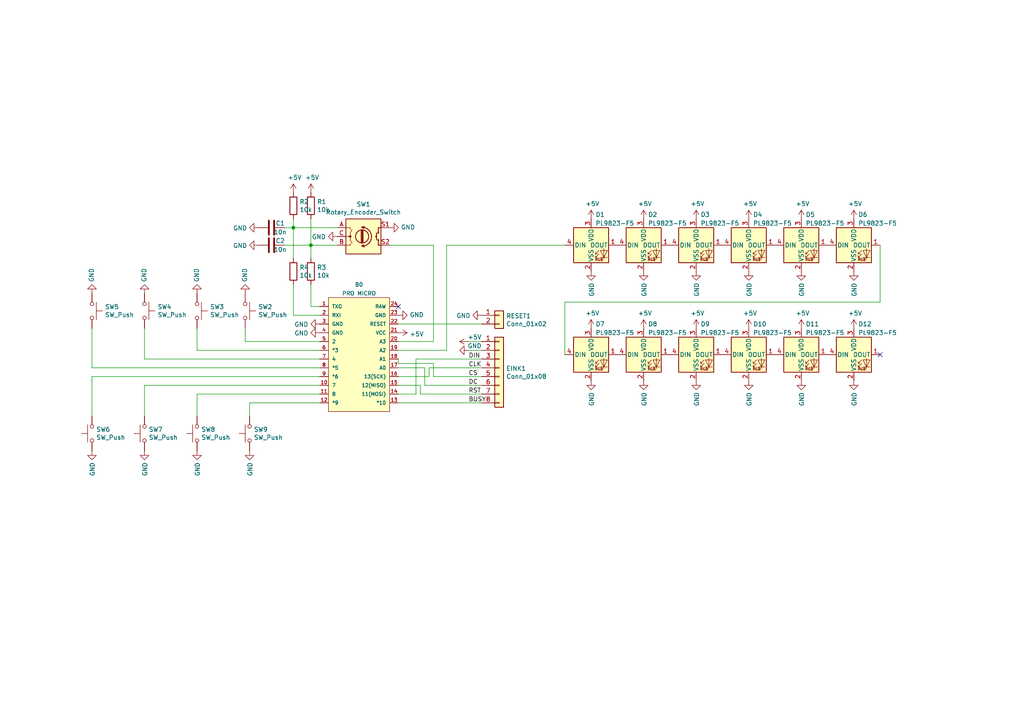
<source format=kicad_sch>
(kicad_sch (version 20211123) (generator eeschema)
  (paper "A4")
  (title_block (title "inkkeys") (date "2020-12-22") (company "Sebastian Staacks") (comment 1 "https://there.oughta.be/a/macro-keyboard"))
  (lib_symbols
    (symbol "Connector_Generic:Conn_01x02" (pin_names (offset 1.016) hide)
      (property "Reference" "J" (at 0 2.54 0))
      (property "Value" "Conn_01x02" (at 0 -5.08 0))
      (symbol "Conn_01x02_1_1"
        (rectangle (start -1.27 -2.413) (end 0 -2.667) (stroke (width 0.1524)))
        (rectangle (start -1.27 0.127) (end 0 -0.127) (stroke (width 0.1524)))
        (rectangle (start -1.27 1.27) (end 1.27 -3.81) (stroke (width 0.254)) (fill (type background)))
        (pin passive line (at -5.08 0 0) (length 3.81) (name "Pin_1") (number "1"))
        (pin passive line (at -5.08 -2.54 0) (length 3.81) (name "Pin_2") (number "2"))
      )
    )
    (symbol "Connector_Generic:Conn_01x08" (pin_names (offset 1.016) hide)
      (property "Reference" "J" (at 0 10.16 0))
      (property "Value" "Conn_01x08" (at 0 -12.7 0))
      (symbol "Conn_01x08_1_1"
        (rectangle (start -1.27 -10.033) (end 0 -10.287) (stroke (width 0.1524)))
        (rectangle (start -1.27 -7.493) (end 0 -7.747) (stroke (width 0.1524)))
        (rectangle (start -1.27 -4.953) (end 0 -5.207) (stroke (width 0.1524)))
        (rectangle (start -1.27 -2.413) (end 0 -2.667) (stroke (width 0.1524)))
        (rectangle (start -1.27 0.127) (end 0 -0.127) (stroke (width 0.1524)))
        (rectangle (start -1.27 2.667) (end 0 2.413) (stroke (width 0.1524)))
        (rectangle (start -1.27 5.207) (end 0 4.953) (stroke (width 0.1524)))
        (rectangle (start -1.27 7.747) (end 0 7.493) (stroke (width 0.1524)))
        (rectangle (start -1.27 8.89) (end 1.27 -11.43) (stroke (width 0.254)) (fill (type background)))
        (pin passive line (at -5.08 7.62 0) (length 3.81) (name "Pin_1") (number "1"))
        (pin passive line (at -5.08 5.08 0) (length 3.81) (name "Pin_2") (number "2"))
        (pin passive line (at -5.08 2.54 0) (length 3.81) (name "Pin_3") (number "3"))
        (pin passive line (at -5.08 0 0) (length 3.81) (name "Pin_4") (number "4"))
        (pin passive line (at -5.08 -2.54 0) (length 3.81) (name "Pin_5") (number "5"))
        (pin passive line (at -5.08 -5.08 0) (length 3.81) (name "Pin_6") (number "6"))
        (pin passive line (at -5.08 -7.62 0) (length 3.81) (name "Pin_7") (number "7"))
        (pin passive line (at -5.08 -10.16 0) (length 3.81) (name "Pin_8") (number "8"))
      )
    )
    (symbol "Device:C" (pin_numbers hide) (pin_names (offset 0.254))
      (property "Reference" "C" (at 0.635 2.54 0))
      (property "Value" "C" (at 0.635 -2.54 0))
      (symbol "C_0_1"
        (polyline (pts (xy -2.032 -0.762) (xy 2.032 -0.762)) (stroke (width 0.508)))
        (polyline (pts (xy -2.032 0.762) (xy 2.032 0.762)) (stroke (width 0.508)))
      )
      (symbol "C_1_1"
        (pin passive line (at 0 3.81 270) (length 2.794) (name "~") (number "1"))
        (pin passive line (at 0 -3.81 90) (length 2.794) (name "~") (number "2"))
      )
    )
    (symbol "Device:R" (pin_numbers hide) (pin_names (offset 0))
      (property "Reference" "R" (at 2.032 0 90))
      (property "Value" "R" (at 0 0 90))
      (symbol "R_0_1"
        (rectangle (start -1.016 -2.54) (end 1.016 2.54) (stroke (width 0.254)))
      )
      (symbol "R_1_1"
        (pin passive line (at 0 3.81 270) (length 1.27) (name "~") (number "1"))
        (pin passive line (at 0 -3.81 90) (length 1.27) (name "~") (number "2"))
      )
    )
    (symbol "Device:Rotary_Encoder_Switch" (pin_names (offset 0.254) hide)
      (property "Reference" "SW" (at 0 6.604 0))
      (property "Value" "Device_Rotary_Encoder_Switch" (at 0 -6.604 0))
      (symbol "Rotary_Encoder_Switch_0_1"
        (rectangle (start -5.08 5.08) (end 5.08 -5.08) (stroke (width 0.254)) (fill (type background)))
        (circle (center -3.81 0) (radius 0.254) (fill (type outline)))
        (arc (start -0.381 -2.794) (mid 2.3622 -0.0508) (end -0.381 2.667) (stroke (width 0.254)))
        (circle (center -0.381 0) (radius 1.905) (stroke (width 0.254)))
        (polyline (pts (xy -0.635 -1.778) (xy -0.635 1.778)) (stroke (width 0.254)))
        (polyline (pts (xy -0.381 -1.778) (xy -0.381 1.778)) (stroke (width 0.254)))
        (polyline (pts (xy -0.127 1.778) (xy -0.127 -1.778)) (stroke (width 0.254)))
        (polyline (pts (xy 3.81 0) (xy 3.429 0)) (stroke (width 0.254)))
        (polyline (pts (xy 3.81 1.016) (xy 3.81 -1.016)) (stroke (width 0.254)))
        (polyline (pts (xy -5.08 -2.54) (xy -3.81 -2.54) (xy -3.81 -2.032)))
        (polyline (pts (xy -5.08 2.54) (xy -3.81 2.54) (xy -3.81 2.032)))
        (polyline (pts (xy 0.254 -3.048) (xy -0.508 -2.794) (xy 0.127 -2.413)) (stroke (width 0.254)))
        (polyline (pts (xy 0.254 2.921) (xy -0.508 2.667) (xy 0.127 2.286)) (stroke (width 0.254)))
        (polyline (pts (xy 5.08 -2.54) (xy 4.318 -2.54) (xy 4.318 -1.016)) (stroke (width 0.254)))
        (polyline (pts (xy 5.08 2.54) (xy 4.318 2.54) (xy 4.318 1.016)) (stroke (width 0.254)))
        (polyline (pts (xy -5.08 0) (xy -3.81 0) (xy -3.81 -1.016) (xy -3.302 -2.032)))
        (polyline (pts (xy -4.318 0) (xy -3.81 0) (xy -3.81 1.016) (xy -3.302 2.032)))
        (circle (center 4.318 -1.016) (radius 0.127) (stroke (width 0.254)))
        (circle (center 4.318 1.016) (radius 0.127) (stroke (width 0.254)))
      )
      (symbol "Rotary_Encoder_Switch_1_1"
        (pin passive line (at -7.62 2.54 0) (length 2.54) (name "A") (number "A"))
        (pin passive line (at -7.62 -2.54 0) (length 2.54) (name "B") (number "B"))
        (pin passive line (at -7.62 0 0) (length 2.54) (name "C") (number "C"))
        (pin passive line (at 7.62 2.54 180) (length 2.54) (name "S1") (number "S1"))
        (pin passive line (at 7.62 -2.54 180) (length 2.54) (name "S2") (number "S2"))
      )
    )
    (symbol "LED:PL9823" (pin_names (offset 0.254))
      (property "Reference" "D" (at 5.08 5.715 0))
      (property "Value" "PL9823" (at 1.27 -5.715 0))
      (symbol "PL9823_0_0"
        (text "RGB" (at 2.286 -4.191 0) (effects (font (size 0.762 0.762))))
      )
      (symbol "PL9823_0_1"
        (polyline (pts (xy 1.27 -3.556) (xy 1.778 -3.556)))
        (polyline (pts (xy 1.27 -2.54) (xy 1.778 -2.54)))
        (polyline (pts (xy 4.699 -3.556) (xy 2.667 -3.556)))
        (polyline (pts (xy 2.286 -2.54) (xy 1.27 -3.556) (xy 1.27 -3.048)))
        (polyline (pts (xy 2.286 -1.524) (xy 1.27 -2.54) (xy 1.27 -2.032)))
        (polyline (pts (xy 3.683 -1.016) (xy 3.683 -3.556) (xy 3.683 -4.064)))
        (polyline (pts (xy 4.699 -1.524) (xy 2.667 -1.524) (xy 3.683 -3.556) (xy 4.699 -1.524)))
        (rectangle (start 5.08 5.08) (end -5.08 -5.08) (stroke (width 0.254)) (fill (type background)))
      )
      (symbol "PL9823_1_1"
        (pin output line (at 7.62 0 180) (length 2.54) (name "DOUT") (number "1"))
        (pin power_in line (at 0 -7.62 90) (length 2.54) (name "VSS") (number "2"))
        (pin power_in line (at 0 7.62 270) (length 2.54) (name "VDD") (number "3"))
        (pin input line (at -7.62 0 0) (length 2.54) (name "DIN") (number "4"))
      )
    )
    (symbol "LED:WS2812B" (pin_names (offset 0.254))
      (property "Reference" "D" (at 5.08 5.715 0))
      (property "Value" "WS2812B" (at 1.27 -5.715 0))
      (symbol "WS2812B_0_0"
        (text "RGB" (at 2.286 -4.191 0) (effects (font (size 0.762 0.762))))
      )
      (symbol "WS2812B_0_1"
        (polyline (pts (xy 1.27 -3.556) (xy 1.778 -3.556)))
        (polyline (pts (xy 1.27 -2.54) (xy 1.778 -2.54)))
        (polyline (pts (xy 4.699 -3.556) (xy 2.667 -3.556)))
        (polyline (pts (xy 2.286 -2.54) (xy 1.27 -3.556) (xy 1.27 -3.048)))
        (polyline (pts (xy 2.286 -1.524) (xy 1.27 -2.54) (xy 1.27 -2.032)))
        (polyline (pts (xy 3.683 -1.016) (xy 3.683 -3.556) (xy 3.683 -4.064)))
        (polyline (pts (xy 4.699 -1.524) (xy 2.667 -1.524) (xy 3.683 -3.556) (xy 4.699 -1.524)))
        (rectangle (start 5.08 5.08) (end -5.08 -5.08) (stroke (width 0.254)) (fill (type background)))
      )
      (symbol "WS2812B_1_1"
        (pin output line (at 7.62 0 180) (length 2.54) (name "DOUT") (number "1"))
        (pin power_in line (at 0 -7.62 90) (length 2.54) (name "VSS") (number "2"))
        (pin power_in line (at 0 7.62 270) (length 2.54) (name "VDD") (number "3"))
        (pin input line (at -7.62 0 0) (length 2.54) (name "DIN") (number "4"))
      )
    )
    (symbol "SparkFun-Boards:SPARKFUN_PRO_MICRO" (pin_names (offset 1.016))
      (property "Reference" "B" (at -8.89 17.78 0))
      (property "Value" "SPARKFUN_PRO_MICRO" (at -8.89 -19.05 0))
      (property "Field4" "XXX-00000" (at 0 21.59 0))
      (symbol "SPARKFUN_PRO_MICRO_1_1"
        (polyline (pts (xy -8.89 16.51) (xy -8.89 -16.51) (xy 8.89 -16.51) (xy 8.89 16.51) (xy -8.89 16.51)) (fill (type background)))
        (pin bidirectional line (at -11.43 13.97 0) (length 2.54) (name "TXO") (number "1"))
        (pin bidirectional line (at -11.43 -8.89 0) (length 2.54) (name "7") (number "10"))
        (pin bidirectional line (at -11.43 -11.43 0) (length 2.54) (name "8") (number "11"))
        (pin bidirectional line (at -11.43 -13.97 0) (length 2.54) (name "*9") (number "12"))
        (pin bidirectional line (at 11.43 -13.97 180) (length 2.54) (name "*10") (number "13"))
        (pin bidirectional line (at 11.43 -11.43 180) (length 2.54) (name "11(MOSI)") (number "14"))
        (pin bidirectional line (at 11.43 -8.89 180) (length 2.54) (name "12(MISO)") (number "15"))
        (pin bidirectional line (at 11.43 -6.35 180) (length 2.54) (name "13(SCK)") (number "16"))
        (pin bidirectional line (at 11.43 -3.81 180) (length 2.54) (name "A0") (number "17"))
        (pin bidirectional line (at 11.43 -1.27 180) (length 2.54) (name "A1") (number "18"))
        (pin bidirectional line (at 11.43 1.27 180) (length 2.54) (name "A2") (number "19"))
        (pin bidirectional line (at -11.43 11.43 0) (length 2.54) (name "RXI") (number "2"))
        (pin bidirectional line (at 11.43 3.81 180) (length 2.54) (name "A3") (number "20"))
        (pin power_in line (at 11.43 6.35 180) (length 2.54) (name "VCC") (number "21"))
        (pin bidirectional line (at 11.43 8.89 180) (length 2.54) (name "RESET") (number "22"))
        (pin power_in line (at 11.43 11.43 180) (length 2.54) (name "GND") (number "23"))
        (pin power_in line (at 11.43 13.97 180) (length 2.54) (name "RAW") (number "24"))
        (pin power_in line (at -11.43 8.89 0) (length 2.54) (name "GND") (number "3"))
        (pin power_in line (at -11.43 6.35 0) (length 2.54) (name "GND") (number "4"))
        (pin bidirectional line (at -11.43 3.81 0) (length 2.54) (name "2") (number "5"))
        (pin bidirectional line (at -11.43 1.27 0) (length 2.54) (name "*3") (number "6"))
        (pin bidirectional line (at -11.43 -1.27 0) (length 2.54) (name "4") (number "7"))
        (pin bidirectional line (at -11.43 -3.81 0) (length 2.54) (name "*5") (number "8"))
        (pin bidirectional line (at -11.43 -6.35 0) (length 2.54) (name "*6") (number "9"))
      )
    )
    (symbol "Switch:SW_Push" (pin_numbers hide) (pin_names (offset 1.016) hide)
      (property "Reference" "SW" (at 1.27 2.54 0))
      (property "Value" "SW_Push" (at 0 -1.524 0))
      (symbol "SW_Push_0_1"
        (circle (center -2.032 0) (radius 0.508))
        (polyline (pts (xy 0 1.27) (xy 0 3.048)))
        (polyline (pts (xy 2.54 1.27) (xy -2.54 1.27)))
        (circle (center 2.032 0) (radius 0.508))
        (pin passive line (at -5.08 0 0) (length 2.54) (name "1") (number "1"))
        (pin passive line (at 5.08 0 180) (length 2.54) (name "2") (number "2"))
      )
    )
    (symbol "power:+5V" (power) (pin_names (offset 0))
      (property "Value" "+5V" (at 0 3.556 0))
      (symbol "+5V_0_1"
        (polyline (pts (xy -0.762 1.27) (xy 0 2.54)))
        (polyline (pts (xy 0 0) (xy 0 2.54)))
        (polyline (pts (xy 0 2.54) (xy 0.762 1.27)))
      )
      (symbol "+5V_1_1"
        (pin power_in line (at 0 0 90) (length 0) hide (name "+5V") (number "1"))
      )
    )
    (symbol "power:GND" (power) (pin_names (offset 0))
      (property "Value" "GND" (at 0 -3.81 0))
      (symbol "GND_0_1"
        (polyline (pts (xy 0 0) (xy 0 -1.27) (xy 1.27 -1.27) (xy 0 -2.54) (xy -1.27 -1.27) (xy 0 -1.27)))
      )
      (symbol "GND_1_1"
        (pin power_in line (at 0 0 270) (length 0) hide (name "GND") (number "1"))
      )
    )
  )
  (junction (at 85.09 66.04))
  (junction (at 90.17 71.12))
  (no_connect (at 255.27 102.87))
  (no_connect (at 115.57 88.9))
  (wire (pts (xy 92.71 101.6) (xy 57.15 101.6)))
  (wire (pts (xy 71.12 99.06) (xy 71.12 95.25)))
  (wire (pts (xy 135.89 101.6) (xy 139.7 101.6)))
  (wire (pts (xy 121.92 114.3) (xy 139.7 114.3)))
  (wire (pts (xy 115.57 93.98) (xy 139.7 93.98)))
  (wire (pts (xy 115.57 109.22) (xy 124.46 109.22)))
  (wire (pts (xy 92.71 104.14) (xy 41.91 104.14)))
  (wire (pts (xy 123.19 111.76) (xy 123.19 106.68)))
  (wire (pts (xy 57.15 101.6) (xy 57.15 95.25)))
  (wire (pts (xy 85.09 66.04) (xy 85.09 74.93)))
  (wire (pts (xy 115.57 101.6) (xy 129.54 101.6)))
  (wire (pts (xy 255.27 87.63) (xy 163.83 87.63)))
  (wire (pts (xy 41.91 111.76) (xy 41.91 120.65)))
  (wire (pts (xy 115.57 116.84) (xy 139.7 116.84)))
  (wire (pts (xy 26.67 95.25) (xy 26.67 106.68)))
  (wire (pts (xy 92.71 114.3) (xy 57.15 114.3)))
  (wire (pts (xy 90.17 71.12) (xy 90.17 74.93)))
  (wire (pts (xy 115.57 99.06) (xy 125.73 99.06)))
  (wire (pts (xy 72.39 116.84) (xy 92.71 116.84)))
  (wire (pts (xy 125.73 109.22) (xy 125.73 105.41)))
  (wire (pts (xy 125.73 71.12) (xy 113.03 71.12)))
  (wire (pts (xy 135.89 99.06) (xy 139.7 99.06)))
  (wire (pts (xy 97.79 71.12) (xy 90.17 71.12)))
  (wire (pts (xy 121.92 111.76) (xy 121.92 114.3)))
  (wire (pts (xy 82.55 71.12) (xy 90.17 71.12)))
  (wire (pts (xy 90.17 88.9) (xy 90.17 82.55)))
  (wire (pts (xy 123.19 106.68) (xy 115.57 106.68)))
  (wire (pts (xy 97.79 66.04) (xy 85.09 66.04)))
  (wire (pts (xy 82.55 66.04) (xy 85.09 66.04)))
  (wire (pts (xy 125.73 105.41) (xy 115.57 105.41)))
  (wire (pts (xy 125.73 99.06) (xy 125.73 71.12)))
  (wire (pts (xy 26.67 106.68) (xy 92.71 106.68)))
  (wire (pts (xy 115.57 105.41) (xy 115.57 104.14)))
  (wire (pts (xy 124.46 109.22) (xy 124.46 106.68)))
  (wire (pts (xy 57.15 114.3) (xy 57.15 120.65)))
  (wire (pts (xy 129.54 71.12) (xy 163.83 71.12)))
  (wire (pts (xy 41.91 104.14) (xy 41.91 95.25)))
  (wire (pts (xy 129.54 101.6) (xy 129.54 71.12)))
  (wire (pts (xy 255.27 71.12) (xy 255.27 87.63)))
  (wire (pts (xy 92.71 91.44) (xy 85.09 91.44)))
  (wire (pts (xy 90.17 63.5) (xy 90.17 71.12)))
  (wire (pts (xy 163.83 87.63) (xy 163.83 102.87)))
  (wire (pts (xy 85.09 63.5) (xy 85.09 66.04)))
  (wire (pts (xy 120.65 104.14) (xy 139.7 104.14)))
  (wire (pts (xy 92.71 88.9) (xy 90.17 88.9)))
  (wire (pts (xy 92.71 99.06) (xy 71.12 99.06)))
  (wire (pts (xy 26.67 109.22) (xy 26.67 120.65)))
  (wire (pts (xy 115.57 114.3) (xy 120.65 114.3)))
  (wire (pts (xy 139.7 109.22) (xy 125.73 109.22)))
  (wire (pts (xy 72.39 120.65) (xy 72.39 116.84)))
  (wire (pts (xy 115.57 111.76) (xy 121.92 111.76)))
  (wire (pts (xy 139.7 111.76) (xy 123.19 111.76)))
  (wire (pts (xy 124.46 106.68) (xy 139.7 106.68)))
  (wire (pts (xy 120.65 114.3) (xy 120.65 104.14)))
  (wire (pts (xy 92.71 111.76) (xy 41.91 111.76)))
  (wire (pts (xy 85.09 91.44) (xy 85.09 82.55)))
  (wire (pts (xy 92.71 109.22) (xy 26.67 109.22)))
  (label "DC" (at 135.89 111.76 0))
  (label "CLK" (at 135.89 106.68 0))
  (label "DIN" (at 135.89 104.14 0))
  (label "RST" (at 135.89 114.3 0))
  (label "CS" (at 135.89 109.22 0))
  (label "BUSY" (at 135.89 116.84 0))
  (symbol (lib_id "SparkFun-Boards:SPARKFUN_PRO_MICRO") (at 104.14 102.87 0) (unit 1)
    (property "Reference" "B0" (at 104.14 82.55 0) (effects (font (size 1.143 1.143))))
    (property "Value" "PRO MICRO" (at 104.14 85.09 0) (effects (font (size 1.143 1.143))))
    (property "Footprint" "inkkeys:SPARKFUN_PRO_MICRO" (effects hide))
  )
  (symbol (lib_id "Switch:SW_Push") (at 57.15 125.73 90) (unit 1)
    (property "Reference" "SW8" (at 58.3692 124.5616 90) (effects (justify right)))
    (property "Value" "SW_Push" (at 58.3692 126.873 90) (effects (justify right)))
    (property "Footprint" "Button_Switch_Keyboard:SW_Cherry_MX_1.00u_PCB" (effects hide))
  )
  (symbol (lib_id "Switch:SW_Push") (at 72.39 125.73 90) (unit 1)
    (property "Reference" "SW9" (at 73.6092 124.5616 90) (effects (justify right)))
    (property "Value" "SW_Push" (at 73.6092 126.873 90) (effects (justify right)))
    (property "Footprint" "Button_Switch_Keyboard:SW_Cherry_MX_1.00u_PCB" (effects hide))
  )
  (symbol (lib_id "power:GND") (at 115.57 91.44 90) (unit 1)
    (property "Reference" "#PWR0101" (effects hide))
    (property "Value" "GND" (at 118.8212 91.313 90) (effects (justify right)))
  )
  (symbol (lib_id "power:GND") (at 92.71 93.98 270) (unit 1)
    (property "Reference" "#PWR0102" (effects hide))
    (property "Value" "GND" (at 89.4588 94.107 90) (effects (justify right)))
  )
  (symbol (lib_id "power:GND") (at 92.71 96.52 270) (unit 1)
    (property "Reference" "#PWR0103" (effects hide))
    (property "Value" "GND" (at 89.4588 96.647 90) (effects (justify right)))
  )
  (symbol (lib_id "Switch:SW_Push") (at 41.91 125.73 90) (unit 1)
    (property "Reference" "SW7" (at 43.1292 124.5616 90) (effects (justify right)))
    (property "Value" "SW_Push" (at 43.1292 126.873 90) (effects (justify right)))
    (property "Footprint" "Button_Switch_Keyboard:SW_Cherry_MX_1.00u_PCB" (effects hide))
  )
  (symbol (lib_id "Switch:SW_Push") (at 26.67 125.73 90) (unit 1)
    (property "Reference" "SW6" (at 27.8892 124.5616 90) (effects (justify right)))
    (property "Value" "SW_Push" (at 27.8892 126.873 90) (effects (justify right)))
    (property "Footprint" "Button_Switch_Keyboard:SW_Cherry_MX_1.00u_PCB" (effects hide))
  )
  (symbol (lib_id "Switch:SW_Push") (at 26.67 90.17 270) (unit 1)
    (property "Reference" "SW5" (at 30.4292 89.0016 90) (effects (justify left)))
    (property "Value" "SW_Push" (at 30.4292 91.313 90) (effects (justify left)))
    (property "Footprint" "Button_Switch_Keyboard:SW_Cherry_MX_1.00u_PCB" (effects hide))
  )
  (symbol (lib_id "Switch:SW_Push") (at 41.91 90.17 270) (unit 1)
    (property "Reference" "SW4" (at 45.6692 89.0016 90) (effects (justify left)))
    (property "Value" "SW_Push" (at 45.6692 91.313 90) (effects (justify left)))
    (property "Footprint" "Button_Switch_Keyboard:SW_Cherry_MX_1.00u_PCB" (effects hide))
  )
  (symbol (lib_id "Switch:SW_Push") (at 57.15 90.17 270) (unit 1)
    (property "Reference" "SW3" (at 60.9092 89.0016 90) (effects (justify left)))
    (property "Value" "SW_Push" (at 60.9092 91.313 90) (effects (justify left)))
    (property "Footprint" "Button_Switch_Keyboard:SW_Cherry_MX_1.00u_PCB" (effects hide))
  )
  (symbol (lib_id "Switch:SW_Push") (at 71.12 90.17 270) (unit 1)
    (property "Reference" "SW2" (at 74.8792 89.0016 90) (effects (justify left)))
    (property "Value" "SW_Push" (at 74.8792 91.313 90) (effects (justify left)))
    (property "Footprint" "Button_Switch_Keyboard:SW_Cherry_MX_1.00u_PCB" (effects hide))
  )
  (symbol (lib_id "power:GND") (at 71.12 85.09 180) (unit 1)
    (property "Reference" "#PWR0104" (effects hide))
    (property "Value" "GND" (at 70.993 81.8388 90) (effects (justify right)))
  )
  (symbol (lib_id "power:GND") (at 57.15 85.09 180) (unit 1)
    (property "Reference" "#PWR0105" (effects hide))
    (property "Value" "GND" (at 57.023 81.8388 90) (effects (justify right)))
  )
  (symbol (lib_id "power:GND") (at 41.91 85.09 180) (unit 1)
    (property "Reference" "#PWR0106" (effects hide))
    (property "Value" "GND" (at 41.783 81.8388 90) (effects (justify right)))
  )
  (symbol (lib_id "power:GND") (at 26.67 85.09 180) (unit 1)
    (property "Reference" "#PWR0107" (effects hide))
    (property "Value" "GND" (at 26.543 81.8388 90) (effects (justify right)))
  )
  (symbol (lib_id "power:GND") (at 26.67 130.81 0) (unit 1)
    (property "Reference" "#PWR0108" (effects hide))
    (property "Value" "GND" (at 26.797 134.0612 90) (effects (justify right)))
  )
  (symbol (lib_id "power:GND") (at 41.91 130.81 0) (unit 1)
    (property "Reference" "#PWR0109" (effects hide))
    (property "Value" "GND" (at 42.037 134.0612 90) (effects (justify right)))
  )
  (symbol (lib_id "power:GND") (at 57.15 130.81 0) (unit 1)
    (property "Reference" "#PWR0110" (effects hide))
    (property "Value" "GND" (at 57.277 134.0612 90) (effects (justify right)))
  )
  (symbol (lib_id "power:GND") (at 72.39 130.81 0) (unit 1)
    (property "Reference" "#PWR0111" (effects hide))
    (property "Value" "GND" (at 72.517 134.0612 90) (effects (justify right)))
  )
  (symbol (lib_id "Connector_Generic:Conn_01x08") (at 144.78 106.68 0) (unit 1)
    (property "Reference" "EINK1" (at 146.812 106.8832 0) (effects (justify left)))
    (property "Value" "Conn_01x08" (at 146.812 109.1946 0) (effects (justify left)))
    (property "Footprint" "Connector_PinHeader_2.54mm:PinHeader_1x08_P2.54mm_Vertical" (effects hide))
  )
  (symbol (lib_id "power:GND") (at 135.89 101.6 270) (unit 1)
    (property "Reference" "#PWR0112" (effects hide))
    (property "Value" "GND" (at 139.7 100.33 90) (effects (justify right)))
  )
  (symbol (lib_id "Connector_Generic:Conn_01x02") (at 144.78 91.44 0) (unit 1)
    (property "Reference" "RESET1" (at 146.812 91.6432 0) (effects (justify left)))
    (property "Value" "Conn_01x02" (at 146.812 93.9546 0) (effects (justify left)))
    (property "Footprint" "Connector_PinHeader_2.54mm:PinHeader_1x02_P2.54mm_Vertical" (effects hide))
  )
  (symbol (lib_id "power:GND") (at 139.7 91.44 270) (unit 1)
    (property "Reference" "#PWR0113" (effects hide))
    (property "Value" "GND" (at 136.4488 91.567 90) (effects (justify right)))
  )
  (symbol (lib_id "Device:Rotary_Encoder_Switch") (at 105.41 68.58 0) (unit 1)
    (property "Reference" "SW1" (at 105.41 59.2582 0))
    (property "Value" "Rotary_Encoder_Switch" (at 105.41 61.5696 0))
    (property "Footprint" "Rotary_Encoder:RotaryEncoder_Alps_EC11E-Switch_Vertical_H20mm" (effects hide))
  )
  (symbol (lib_id "power:+5V") (at 115.57 96.52 270) (unit 1)
    (property "Reference" "#PWR0114" (effects hide))
    (property "Value" "+5V" (at 118.8212 96.901 90) (effects (justify left)))
  )
  (symbol (lib_id "power:+5V") (at 135.89 99.06 90) (unit 1)
    (property "Reference" "#PWR0115" (effects hide))
    (property "Value" "+5V" (at 139.7 97.79 90) (effects (justify left)))
  )
  (symbol (lib_id "Device:R") (at 90.17 59.69 180) (unit 1)
    (property "Reference" "R1" (at 91.948 58.5216 0) (effects (justify right)))
    (property "Value" "10k" (at 91.948 60.833 0) (effects (justify right)))
    (property "Footprint" "Resistor_THT:R_Axial_DIN0207_L6.3mm_D2.5mm_P10.16mm_Horizontal" (effects hide))
  )
  (symbol (lib_id "Device:R") (at 85.09 59.69 180) (unit 1)
    (property "Reference" "R2" (at 86.868 58.5216 0) (effects (justify right)))
    (property "Value" "10k" (at 86.868 60.833 0) (effects (justify right)))
    (property "Footprint" "Resistor_THT:R_Axial_DIN0207_L6.3mm_D2.5mm_P10.16mm_Horizontal" (effects hide))
  )
  (symbol (lib_id "power:+5V") (at 85.09 55.88 0) (unit 1)
    (property "Reference" "#PWR0116" (effects hide))
    (property "Value" "+5V" (at 85.471 51.4858 0))
  )
  (symbol (lib_id "power:GND") (at 97.79 68.58 270) (unit 1)
    (property "Reference" "#PWR0117" (effects hide))
    (property "Value" "GND" (at 94.5388 68.707 90) (effects (justify right)))
  )
  (symbol (lib_id "power:GND") (at 113.03 66.04 90) (unit 1)
    (property "Reference" "#PWR0118" (effects hide))
    (property "Value" "GND" (at 116.2812 65.913 90) (effects (justify right)))
  )
  (symbol (lib_id "Device:R") (at 90.17 78.74 180) (unit 1)
    (property "Reference" "R3" (at 91.948 77.5716 0) (effects (justify right)))
    (property "Value" "10k" (at 91.948 79.883 0) (effects (justify right)))
    (property "Footprint" "Resistor_THT:R_Axial_DIN0207_L6.3mm_D2.5mm_P10.16mm_Horizontal" (effects hide))
  )
  (symbol (lib_id "Device:R") (at 85.09 78.74 180) (unit 1)
    (property "Reference" "R4" (at 86.868 77.5716 0) (effects (justify right)))
    (property "Value" "10k" (at 86.868 79.883 0) (effects (justify right)))
    (property "Footprint" "Resistor_THT:R_Axial_DIN0207_L6.3mm_D2.5mm_P10.16mm_Horizontal" (effects hide))
  )
  (symbol (lib_id "power:+5V") (at 90.17 55.88 0) (unit 1)
    (property "Reference" "#PWR0119" (effects hide))
    (property "Value" "+5V" (at 90.551 51.4858 0))
  )
  (symbol (lib_id "Device:C") (at 78.74 66.04 270) (unit 1)
    (property "Reference" "C1" (at 81.28 64.77 90))
    (property "Value" "10n" (at 81.28 67.31 90))
    (property "Footprint" "Capacitor_THT:C_Disc_D5.0mm_W2.5mm_P5.00mm" (effects hide))
  )
  (symbol (lib_id "Device:C") (at 78.74 71.12 270) (unit 1)
    (property "Reference" "C2" (at 81.28 69.85 90))
    (property "Value" "10n" (at 81.28 72.39 90))
    (property "Footprint" "Capacitor_THT:C_Disc_D5.0mm_W2.5mm_P5.00mm" (effects hide))
  )
  (symbol (lib_id "power:GND") (at 74.93 66.04 270) (unit 1)
    (property "Reference" "#PWR0120" (effects hide))
    (property "Value" "GND" (at 71.6788 66.167 90) (effects (justify right)))
  )
  (symbol (lib_id "power:GND") (at 74.93 71.12 270) (unit 1)
    (property "Reference" "#PWR0121" (effects hide))
    (property "Value" "GND" (at 71.6788 71.247 90) (effects (justify right)))
  )
  (symbol (lib_id "LED:PL9823") (at 171.45 71.12 0) (unit 1)
    (property "Reference" "D1" (at 172.72 62.23 0) (effects (justify left)))
    (property "Value" "PL9823-F5" (at 172.72 64.77 0) (effects (justify left)))
    (property "Footprint" "LED_THT:LED_D5.0mm-4_RGB" (effects hide))
    (property "Datasheet" "https://cdn-shop.adafruit.com/datasheets/WS2812B.pdf" (effects hide))
  )
  (symbol (lib_id "power:GND") (at 171.45 78.74 0) (unit 1)
    (property "Reference" "#PWR0122" (effects hide))
    (property "Value" "GND" (at 171.577 81.9912 90) (effects (justify right)))
  )
  (symbol (lib_id "power:+5V") (at 171.45 63.5 0) (unit 1)
    (property "Reference" "#PWR0123" (effects hide))
    (property "Value" "+5V" (at 171.831 59.1058 0))
  )
  (symbol (lib_id "LED:WS2812B") (at 186.69 71.12 0) (unit 1)
    (property "Reference" "D2" (at 187.96 62.23 0) (effects (justify left)))
    (property "Value" "PL9823-F5" (at 187.96 64.77 0) (effects (justify left)))
    (property "Footprint" "LED_THT:LED_D5.0mm-4_RGB" (effects hide))
    (property "Datasheet" "https://cdn-shop.adafruit.com/datasheets/WS2812B.pdf" (effects hide))
  )
  (symbol (lib_id "LED:WS2812B") (at 201.93 71.12 0) (unit 1)
    (property "Reference" "D3" (at 203.2 62.23 0) (effects (justify left)))
    (property "Value" "PL9823-F5" (at 203.2 64.77 0) (effects (justify left)))
    (property "Footprint" "LED_THT:LED_D5.0mm-4_RGB" (effects hide))
    (property "Datasheet" "https://cdn-shop.adafruit.com/datasheets/WS2812B.pdf" (effects hide))
  )
  (symbol (lib_id "LED:WS2812B") (at 217.17 71.12 0) (unit 1)
    (property "Reference" "D4" (at 218.44 62.23 0) (effects (justify left)))
    (property "Value" "PL9823-F5" (at 218.44 64.77 0) (effects (justify left)))
    (property "Footprint" "LED_THT:LED_D5.0mm-4_RGB" (effects hide))
    (property "Datasheet" "https://cdn-shop.adafruit.com/datasheets/WS2812B.pdf" (effects hide))
  )
  (symbol (lib_id "LED:WS2812B") (at 232.41 71.12 0) (unit 1)
    (property "Reference" "D5" (at 233.68 62.23 0) (effects (justify left)))
    (property "Value" "PL9823-F5" (at 233.68 64.77 0) (effects (justify left)))
    (property "Footprint" "LED_THT:LED_D5.0mm-4_RGB" (effects hide))
    (property "Datasheet" "https://cdn-shop.adafruit.com/datasheets/WS2812B.pdf" (effects hide))
  )
  (symbol (lib_id "LED:WS2812B") (at 247.65 71.12 0) (unit 1)
    (property "Reference" "D6" (at 248.92 62.23 0) (effects (justify left)))
    (property "Value" "PL9823-F5" (at 248.92 64.77 0) (effects (justify left)))
    (property "Footprint" "LED_THT:LED_D5.0mm-4_RGB" (effects hide))
    (property "Datasheet" "https://cdn-shop.adafruit.com/datasheets/WS2812B.pdf" (effects hide))
  )
  (symbol (lib_id "LED:WS2812B") (at 171.45 102.87 0) (unit 1)
    (property "Reference" "D7" (at 172.72 93.98 0) (effects (justify left)))
    (property "Value" "PL9823-F5" (at 172.72 96.52 0) (effects (justify left)))
    (property "Footprint" "LED_THT:LED_D5.0mm-4_RGB" (effects hide))
    (property "Datasheet" "https://cdn-shop.adafruit.com/datasheets/WS2812B.pdf" (effects hide))
  )
  (symbol (lib_id "LED:WS2812B") (at 186.69 102.87 0) (unit 1)
    (property "Reference" "D8" (at 187.96 93.98 0) (effects (justify left)))
    (property "Value" "PL9823-F5" (at 187.96 96.52 0) (effects (justify left)))
    (property "Footprint" "LED_THT:LED_D5.0mm-4_RGB" (effects hide))
    (property "Datasheet" "https://cdn-shop.adafruit.com/datasheets/WS2812B.pdf" (effects hide))
  )
  (symbol (lib_id "power:+5V") (at 171.45 95.25 0) (unit 1)
    (property "Reference" "#PWR0124" (effects hide))
    (property "Value" "+5V" (at 171.831 90.8558 0))
  )
  (symbol (lib_id "power:+5V") (at 186.69 95.25 0) (unit 1)
    (property "Reference" "#PWR0125" (effects hide))
    (property "Value" "+5V" (at 187.071 90.8558 0))
  )
  (symbol (lib_id "LED:WS2812B") (at 201.93 102.87 0) (unit 1)
    (property "Reference" "D9" (at 203.2 93.98 0) (effects (justify left)))
    (property "Value" "PL9823-F5" (at 203.2 96.52 0) (effects (justify left)))
    (property "Footprint" "LED_THT:LED_D5.0mm-4_RGB" (effects hide))
    (property "Datasheet" "https://cdn-shop.adafruit.com/datasheets/WS2812B.pdf" (effects hide))
  )
  (symbol (lib_id "LED:WS2812B") (at 217.17 102.87 0) (unit 1)
    (property "Reference" "D10" (at 218.44 93.98 0) (effects (justify left)))
    (property "Value" "PL9823-F5" (at 218.44 96.52 0) (effects (justify left)))
    (property "Footprint" "LED_THT:LED_D5.0mm-4_RGB" (effects hide))
    (property "Datasheet" "https://cdn-shop.adafruit.com/datasheets/WS2812B.pdf" (effects hide))
  )
  (symbol (lib_id "LED:WS2812B") (at 232.41 102.87 0) (unit 1)
    (property "Reference" "D11" (at 233.68 93.98 0) (effects (justify left)))
    (property "Value" "PL9823-F5" (at 233.68 96.52 0) (effects (justify left)))
    (property "Footprint" "LED_THT:LED_D5.0mm-4_RGB" (effects hide))
    (property "Datasheet" "https://cdn-shop.adafruit.com/datasheets/WS2812B.pdf" (effects hide))
  )
  (symbol (lib_id "LED:WS2812B") (at 247.65 102.87 0) (unit 1)
    (property "Reference" "D12" (at 248.92 93.98 0) (effects (justify left)))
    (property "Value" "PL9823-F5" (at 248.92 96.52 0) (effects (justify left)))
    (property "Footprint" "LED_THT:LED_D5.0mm-4_RGB" (effects hide))
    (property "Datasheet" "https://cdn-shop.adafruit.com/datasheets/WS2812B.pdf" (effects hide))
  )
  (symbol (lib_id "power:+5V") (at 201.93 95.25 0) (unit 1)
    (property "Reference" "#PWR0126" (effects hide))
    (property "Value" "+5V" (at 202.311 90.8558 0))
  )
  (symbol (lib_id "power:+5V") (at 217.17 95.25 0) (unit 1)
    (property "Reference" "#PWR0127" (effects hide))
    (property "Value" "+5V" (at 217.551 90.8558 0))
  )
  (symbol (lib_id "power:+5V") (at 232.41 95.25 0) (unit 1)
    (property "Reference" "#PWR0128" (effects hide))
    (property "Value" "+5V" (at 232.791 90.8558 0))
  )
  (symbol (lib_id "power:+5V") (at 247.65 95.25 0) (unit 1)
    (property "Reference" "#PWR0129" (effects hide))
    (property "Value" "+5V" (at 248.031 90.8558 0))
  )
  (symbol (lib_id "power:+5V") (at 247.65 63.5 0) (unit 1)
    (property "Reference" "#PWR0130" (effects hide))
    (property "Value" "+5V" (at 248.031 59.1058 0))
  )
  (symbol (lib_id "power:+5V") (at 232.41 63.5 0) (unit 1)
    (property "Reference" "#PWR0131" (effects hide))
    (property "Value" "+5V" (at 232.791 59.1058 0))
  )
  (symbol (lib_id "power:+5V") (at 217.17 63.5 0) (unit 1)
    (property "Reference" "#PWR0132" (effects hide))
    (property "Value" "+5V" (at 217.551 59.1058 0))
  )
  (symbol (lib_id "power:+5V") (at 201.93 63.5 0) (unit 1)
    (property "Reference" "#PWR0133" (effects hide))
    (property "Value" "+5V" (at 202.311 59.1058 0))
  )
  (symbol (lib_id "power:+5V") (at 186.69 63.5 0) (unit 1)
    (property "Reference" "#PWR0134" (effects hide))
    (property "Value" "+5V" (at 187.071 59.1058 0))
  )
  (symbol (lib_id "power:GND") (at 186.69 78.74 0) (unit 1)
    (property "Reference" "#PWR0135" (effects hide))
    (property "Value" "GND" (at 186.817 81.9912 90) (effects (justify right)))
  )
  (symbol (lib_id "power:GND") (at 201.93 78.74 0) (unit 1)
    (property "Reference" "#PWR0136" (effects hide))
    (property "Value" "GND" (at 202.057 81.9912 90) (effects (justify right)))
  )
  (symbol (lib_id "power:GND") (at 217.17 78.74 0) (unit 1)
    (property "Reference" "#PWR0137" (effects hide))
    (property "Value" "GND" (at 217.297 81.9912 90) (effects (justify right)))
  )
  (symbol (lib_id "power:GND") (at 232.41 78.74 0) (unit 1)
    (property "Reference" "#PWR0138" (effects hide))
    (property "Value" "GND" (at 232.537 81.9912 90) (effects (justify right)))
  )
  (symbol (lib_id "power:GND") (at 247.65 78.74 0) (unit 1)
    (property "Reference" "#PWR0139" (effects hide))
    (property "Value" "GND" (at 247.777 81.9912 90) (effects (justify right)))
  )
  (symbol (lib_id "power:GND") (at 171.45 110.49 0) (unit 1)
    (property "Reference" "#PWR0140" (effects hide))
    (property "Value" "GND" (at 171.577 113.7412 90) (effects (justify right)))
  )
  (symbol (lib_id "power:GND") (at 186.69 110.49 0) (unit 1)
    (property "Reference" "#PWR0141" (effects hide))
    (property "Value" "GND" (at 186.817 113.7412 90) (effects (justify right)))
  )
  (symbol (lib_id "power:GND") (at 201.93 110.49 0) (unit 1)
    (property "Reference" "#PWR0142" (effects hide))
    (property "Value" "GND" (at 202.057 113.7412 90) (effects (justify right)))
  )
  (symbol (lib_id "power:GND") (at 217.17 110.49 0) (unit 1)
    (property "Reference" "#PWR0143" (effects hide))
    (property "Value" "GND" (at 217.297 113.7412 90) (effects (justify right)))
  )
  (symbol (lib_id "power:GND") (at 232.41 110.49 0) (unit 1)
    (property "Reference" "#PWR0144" (effects hide))
    (property "Value" "GND" (at 232.537 113.7412 90) (effects (justify right)))
  )
  (symbol (lib_id "power:GND") (at 247.65 110.49 0) (unit 1)
    (property "Reference" "#PWR0145" (effects hide))
    (property "Value" "GND" (at 247.777 113.7412 90) (effects (justify right)))
  )
)
</source>
